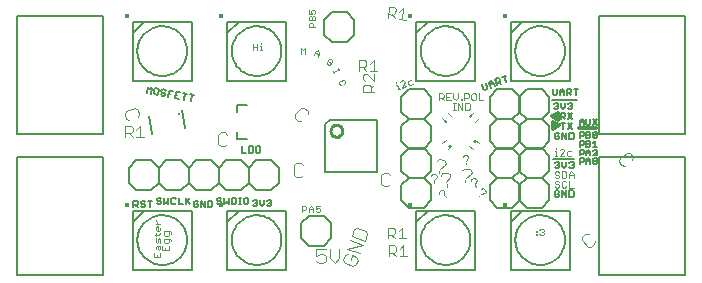
<source format=gto>
G75*
%MOIN*%
%OFA0B0*%
%FSLAX24Y24*%
%IPPOS*%
%LPD*%
%AMOC8*
5,1,8,0,0,1.08239X$1,22.5*
%
%ADD10C,0.0040*%
%ADD11C,0.0030*%
%ADD12C,0.0050*%
%ADD13C,0.0120*%
%ADD14C,0.0080*%
%ADD15C,0.0157*%
%ADD16R,0.0098X0.0089*%
%ADD17C,0.0100*%
%ADD18C,0.0060*%
%ADD19C,0.0079*%
D10*
X004668Y001379D02*
X004888Y001379D01*
X004888Y001526D01*
X004852Y001619D02*
X004815Y001656D01*
X004815Y001766D01*
X004778Y001766D02*
X004888Y001766D01*
X004888Y001656D01*
X004852Y001619D01*
X004944Y001616D02*
X005164Y001616D01*
X005164Y001763D01*
X005127Y001855D02*
X005164Y001892D01*
X005164Y002002D01*
X005201Y002002D02*
X005017Y002002D01*
X005017Y001892D01*
X005054Y001855D01*
X005127Y001855D01*
X005237Y001929D02*
X005237Y001965D01*
X005201Y002002D01*
X005127Y002095D02*
X005164Y002131D01*
X005164Y002241D01*
X005201Y002241D02*
X005017Y002241D01*
X005017Y002131D01*
X005054Y002095D01*
X005127Y002095D01*
X005237Y002168D02*
X005237Y002205D01*
X005201Y002241D01*
X004888Y002294D02*
X004852Y002257D01*
X004778Y002257D01*
X004742Y002294D01*
X004742Y002367D01*
X004778Y002404D01*
X004815Y002404D01*
X004815Y002257D01*
X004888Y002294D02*
X004888Y002367D01*
X004888Y002497D02*
X004742Y002497D01*
X004815Y002497D02*
X004742Y002570D01*
X004742Y002607D01*
X004742Y002171D02*
X004742Y002098D01*
X004705Y002134D02*
X004852Y002134D01*
X004888Y002171D01*
X004852Y002005D02*
X004815Y001968D01*
X004815Y001895D01*
X004778Y001858D01*
X004742Y001895D01*
X004742Y002005D01*
X004852Y002005D02*
X004888Y001968D01*
X004888Y001858D01*
X004944Y001763D02*
X004944Y001616D01*
X005054Y001616D02*
X005054Y001689D01*
X004778Y001766D02*
X004742Y001729D01*
X004742Y001656D01*
X004668Y001526D02*
X004668Y001379D01*
X004778Y001379D02*
X004778Y001453D01*
X009620Y002872D02*
X009620Y003072D01*
X009720Y003072D01*
X009753Y003039D01*
X009753Y002972D01*
X009720Y002939D01*
X009620Y002939D01*
X009841Y002972D02*
X009974Y002972D01*
X009974Y003005D02*
X009974Y002872D01*
X010062Y002905D02*
X010095Y002872D01*
X010162Y002872D01*
X010195Y002905D01*
X010195Y002972D01*
X010162Y003005D01*
X010129Y003005D01*
X010062Y002972D01*
X010062Y003072D01*
X010195Y003072D01*
X009974Y003005D02*
X009908Y003072D01*
X009841Y003005D01*
X009841Y002872D01*
X011354Y002309D02*
X011275Y002093D01*
X011708Y001935D01*
X011786Y002152D01*
X011740Y002250D01*
X011452Y002355D01*
X011354Y002309D01*
X011222Y001949D02*
X011655Y001791D01*
X011117Y001660D01*
X011550Y001503D01*
X011425Y001385D02*
X011281Y001437D01*
X011229Y001293D01*
X011032Y001201D02*
X011320Y001096D01*
X011419Y001142D01*
X011471Y001286D01*
X011425Y001385D01*
X011137Y001490D02*
X011039Y001444D01*
X010986Y001300D01*
X011032Y001201D01*
X010853Y001336D02*
X010853Y001643D01*
X010546Y001643D02*
X010546Y001336D01*
X010700Y001183D01*
X010853Y001336D01*
X010393Y001259D02*
X010316Y001183D01*
X010163Y001183D01*
X010086Y001259D01*
X010086Y001413D02*
X010239Y001490D01*
X010316Y001490D01*
X010393Y001413D01*
X010393Y001259D01*
X010086Y001413D02*
X010086Y001643D01*
X010393Y001643D01*
X012460Y002003D02*
X012460Y002363D01*
X012640Y002363D01*
X012700Y002303D01*
X012700Y002183D01*
X012640Y002123D01*
X012460Y002123D01*
X012580Y002123D02*
X012700Y002003D01*
X012828Y002003D02*
X013068Y002003D01*
X012948Y002003D02*
X012948Y002363D01*
X012828Y002243D01*
X012679Y001773D02*
X012499Y001773D01*
X012499Y001413D01*
X012499Y001533D02*
X012679Y001533D01*
X012739Y001593D01*
X012739Y001713D01*
X012679Y001773D01*
X012867Y001653D02*
X012987Y001773D01*
X012987Y001413D01*
X012867Y001413D02*
X013107Y001413D01*
X012739Y001413D02*
X012619Y001533D01*
X012481Y003742D02*
X012328Y003742D01*
X012251Y003818D01*
X012251Y004125D01*
X012328Y004202D01*
X012481Y004202D01*
X012558Y004125D01*
X012558Y003818D02*
X012481Y003742D01*
X014177Y004184D02*
X014191Y004259D01*
X014204Y004335D02*
X014382Y004459D01*
X014395Y004535D01*
X014333Y004624D01*
X014182Y004650D01*
X014093Y004588D01*
X014290Y004172D02*
X014442Y004199D01*
X014530Y004137D01*
X014544Y004061D01*
X014419Y003883D01*
X014433Y003808D02*
X014446Y003732D01*
X015043Y003869D02*
X015057Y003944D01*
X015070Y004020D02*
X015248Y004144D01*
X015261Y004220D01*
X015199Y004309D01*
X015048Y004335D01*
X014959Y004273D01*
X014290Y004172D02*
X014228Y004083D01*
X014478Y004986D02*
X014589Y005097D01*
X014394Y005292D02*
X014283Y005181D01*
X015188Y005097D02*
X015300Y004986D01*
X015495Y005181D02*
X015383Y005292D01*
X015383Y005891D02*
X015495Y006003D01*
X015300Y006198D02*
X015188Y006086D01*
X015162Y006301D02*
X015052Y006301D01*
X015052Y006521D01*
X015162Y006521D01*
X015199Y006484D01*
X015199Y006337D01*
X015162Y006301D01*
X014959Y006301D02*
X014959Y006521D01*
X014935Y006616D02*
X014899Y006616D01*
X014899Y006652D01*
X014935Y006652D01*
X014935Y006616D01*
X015018Y006616D02*
X015018Y006836D01*
X015128Y006836D01*
X015165Y006799D01*
X015165Y006726D01*
X015128Y006689D01*
X015018Y006689D01*
X014806Y006689D02*
X014733Y006616D01*
X014659Y006689D01*
X014659Y006836D01*
X014567Y006836D02*
X014420Y006836D01*
X014420Y006616D01*
X014567Y006616D01*
X014653Y006521D02*
X014726Y006521D01*
X014690Y006521D02*
X014690Y006301D01*
X014726Y006301D02*
X014653Y006301D01*
X014812Y006301D02*
X014812Y006521D01*
X014959Y006301D01*
X014589Y006086D02*
X014478Y006198D01*
X014283Y006003D02*
X014394Y005891D01*
X014327Y006616D02*
X014254Y006689D01*
X014291Y006689D02*
X014180Y006689D01*
X014180Y006616D02*
X014180Y006836D01*
X014291Y006836D01*
X014327Y006799D01*
X014327Y006726D01*
X014291Y006689D01*
X014420Y006726D02*
X014493Y006726D01*
X014806Y006689D02*
X014806Y006836D01*
X015258Y006799D02*
X015258Y006652D01*
X015294Y006616D01*
X015368Y006616D01*
X015405Y006652D01*
X015405Y006799D01*
X015368Y006836D01*
X015294Y006836D01*
X015258Y006799D01*
X015497Y006836D02*
X015497Y006616D01*
X015644Y006616D01*
X013307Y007162D02*
X013204Y007125D01*
X013157Y007147D01*
X013132Y007216D01*
X013154Y007263D01*
X013257Y007300D01*
X013032Y007218D02*
X013020Y007253D01*
X012973Y007275D01*
X012904Y007250D01*
X012882Y007203D01*
X012754Y007195D02*
X012741Y007230D01*
X012779Y007126D02*
X012829Y006988D01*
X012863Y007001D02*
X012794Y006976D01*
X012744Y007114D02*
X012779Y007126D01*
X012944Y007030D02*
X013032Y007218D01*
X013082Y007080D02*
X012944Y007030D01*
X012014Y007132D02*
X011894Y007011D01*
X011894Y007071D02*
X011894Y006891D01*
X012014Y006891D02*
X011654Y006891D01*
X011654Y007071D01*
X011714Y007132D01*
X011834Y007132D01*
X011894Y007071D01*
X012014Y007260D02*
X011774Y007500D01*
X011714Y007500D01*
X011654Y007440D01*
X011654Y007320D01*
X011714Y007260D01*
X012014Y007260D02*
X012014Y007500D01*
X012003Y007594D02*
X012003Y007954D01*
X011883Y007834D01*
X011755Y007894D02*
X011695Y007954D01*
X011515Y007954D01*
X011515Y007594D01*
X011515Y007714D02*
X011695Y007714D01*
X011755Y007774D01*
X011755Y007894D01*
X011635Y007714D02*
X011755Y007594D01*
X011883Y007594D02*
X012123Y007594D01*
X011040Y007251D02*
X011001Y007278D01*
X010870Y007255D01*
X010843Y007216D01*
X010855Y007150D01*
X010893Y007123D01*
X011025Y007146D02*
X011052Y007185D01*
X011040Y007251D01*
X010834Y007644D02*
X010661Y007544D01*
X010644Y007573D02*
X010678Y007515D01*
X010851Y007615D02*
X010818Y007673D01*
X010576Y007849D02*
X010525Y007892D01*
X010576Y007849D02*
X010533Y007798D01*
X010486Y007794D01*
X010435Y007837D01*
X010431Y007884D01*
X010516Y007986D01*
X010563Y007990D01*
X010614Y007947D01*
X010619Y007900D01*
X010138Y008058D02*
X010184Y008183D01*
X010144Y008269D01*
X010058Y008229D01*
X010013Y008104D01*
X010047Y008198D02*
X010172Y008152D01*
X009708Y008151D02*
X009708Y008351D01*
X009641Y008285D01*
X009574Y008351D01*
X009574Y008151D01*
X008273Y008269D02*
X008199Y008269D01*
X008236Y008269D02*
X008236Y008416D01*
X008199Y008416D01*
X008236Y008489D02*
X008236Y008526D01*
X008107Y008489D02*
X008107Y008269D01*
X008107Y008379D02*
X007960Y008379D01*
X007960Y008269D02*
X007960Y008489D01*
X009846Y009057D02*
X009846Y009157D01*
X009879Y009190D01*
X009946Y009190D01*
X009979Y009157D01*
X009979Y009057D01*
X010046Y009057D02*
X009846Y009057D01*
X009846Y009278D02*
X009846Y009378D01*
X009879Y009411D01*
X009912Y009411D01*
X009946Y009378D01*
X009946Y009278D01*
X009946Y009378D02*
X009979Y009411D01*
X010013Y009411D01*
X010046Y009378D01*
X010046Y009278D01*
X009846Y009278D01*
X009846Y009499D02*
X009946Y009499D01*
X009912Y009565D01*
X009912Y009599D01*
X009946Y009632D01*
X010013Y009632D01*
X010046Y009599D01*
X010046Y009532D01*
X010013Y009499D01*
X009846Y009499D02*
X009846Y009632D01*
X012463Y009364D02*
X012501Y009722D01*
X012680Y009703D01*
X012733Y009637D01*
X012721Y009518D01*
X012655Y009464D01*
X012476Y009483D01*
X012595Y009470D02*
X012702Y009338D01*
X012829Y009325D02*
X013068Y009300D01*
X012949Y009313D02*
X012987Y009671D01*
X012855Y009564D01*
X009687Y006355D02*
X009578Y006355D01*
X009361Y006138D01*
X009361Y006030D01*
X009470Y005921D01*
X009578Y005921D01*
X009795Y006138D02*
X009795Y006247D01*
X009687Y006355D01*
X007125Y005464D02*
X007048Y005541D01*
X006895Y005541D01*
X006818Y005464D01*
X006818Y005157D01*
X006895Y005080D01*
X007048Y005080D01*
X007125Y005157D01*
X009338Y004440D02*
X009338Y004133D01*
X009415Y004057D01*
X009568Y004057D01*
X009645Y004133D01*
X009645Y004440D02*
X009568Y004517D01*
X009415Y004517D01*
X009338Y004440D01*
X004328Y005389D02*
X004088Y005389D01*
X004208Y005389D02*
X004208Y005749D01*
X004088Y005629D01*
X003960Y005569D02*
X003900Y005509D01*
X003719Y005509D01*
X003719Y005389D02*
X003719Y005749D01*
X003900Y005749D01*
X003960Y005689D01*
X003960Y005569D01*
X003839Y005509D02*
X003960Y005389D01*
X003854Y005953D02*
X003756Y005999D01*
X003703Y006143D01*
X003749Y006242D01*
X004037Y006347D01*
X004136Y006301D01*
X004188Y006157D01*
X004142Y006058D01*
X017404Y002251D02*
X017404Y002214D01*
X017441Y002214D01*
X017441Y002251D01*
X017404Y002251D01*
X017404Y002140D02*
X017404Y002104D01*
X017441Y002104D01*
X017441Y002140D01*
X017404Y002140D01*
X017524Y002140D02*
X017560Y002104D01*
X017634Y002104D01*
X017670Y002140D01*
X017670Y002177D01*
X017634Y002214D01*
X017597Y002214D01*
X017634Y002214D02*
X017670Y002251D01*
X017670Y002287D01*
X017634Y002324D01*
X017560Y002324D01*
X017524Y002287D01*
X018938Y002051D02*
X018931Y001943D01*
X019132Y001711D01*
X019240Y001704D01*
X019356Y001804D01*
X019364Y001912D01*
X019162Y002144D02*
X019054Y002152D01*
X018938Y002051D01*
X018664Y003702D02*
X018518Y003702D01*
X018518Y003923D01*
X018518Y004017D02*
X018518Y004164D01*
X018591Y004237D01*
X018664Y004164D01*
X018664Y004017D01*
X018664Y004127D02*
X018518Y004127D01*
X018425Y004054D02*
X018425Y004201D01*
X018388Y004237D01*
X018278Y004237D01*
X018278Y004017D01*
X018388Y004017D01*
X018425Y004054D01*
X018388Y003923D02*
X018315Y003923D01*
X018278Y003886D01*
X018278Y003739D01*
X018315Y003702D01*
X018388Y003702D01*
X018425Y003739D01*
X018425Y003886D02*
X018388Y003923D01*
X018185Y003886D02*
X018149Y003923D01*
X018075Y003923D01*
X018039Y003886D01*
X018039Y003849D01*
X018075Y003812D01*
X018149Y003812D01*
X018185Y003776D01*
X018185Y003739D01*
X018149Y003702D01*
X018075Y003702D01*
X018039Y003739D01*
X018075Y004017D02*
X018039Y004054D01*
X018075Y004017D02*
X018149Y004017D01*
X018185Y004054D01*
X018185Y004091D01*
X018149Y004127D01*
X018075Y004127D01*
X018039Y004164D01*
X018039Y004201D01*
X018075Y004237D01*
X018149Y004237D01*
X018185Y004201D01*
X018198Y004765D02*
X018345Y004912D01*
X018345Y004949D01*
X018308Y004986D01*
X018235Y004986D01*
X018198Y004949D01*
X018075Y004986D02*
X018075Y005022D01*
X018075Y004912D02*
X018075Y004765D01*
X018039Y004765D02*
X018112Y004765D01*
X018198Y004765D02*
X018345Y004765D01*
X018438Y004802D02*
X018474Y004765D01*
X018584Y004765D01*
X018584Y004912D02*
X018474Y004912D01*
X018438Y004875D01*
X018438Y004802D01*
X018075Y004912D02*
X018039Y004912D01*
X020173Y004582D02*
X020259Y004454D01*
X020366Y004434D01*
X020173Y004582D02*
X020194Y004688D01*
X020448Y004860D01*
X020555Y004839D01*
X020641Y004712D01*
X020620Y004605D01*
D11*
X015729Y003564D02*
X015705Y003522D01*
X015573Y003487D01*
X015549Y003445D02*
X015525Y003403D01*
X015729Y003564D02*
X015712Y003630D01*
X015628Y003679D01*
X015562Y003661D01*
X015402Y003735D02*
X015385Y003780D01*
X015369Y003826D02*
X015427Y003950D01*
X015410Y003995D01*
X015348Y004024D01*
X015257Y003991D01*
X015228Y003929D01*
X014344Y003582D02*
X014332Y003446D01*
X014363Y003409D02*
X014394Y003372D01*
X014164Y003495D02*
X014170Y003563D01*
X014244Y003625D01*
X014313Y003619D01*
X014344Y003582D01*
X013997Y003855D02*
X013997Y003903D01*
X013997Y003952D02*
X014093Y004048D01*
X014093Y004097D01*
X014045Y004145D01*
X013948Y004145D01*
X013900Y004097D01*
X015060Y004485D02*
X015060Y004533D01*
X015060Y004581D02*
X015156Y004678D01*
X015156Y004727D01*
X015108Y004775D01*
X015011Y004775D01*
X014963Y004727D01*
D12*
X002979Y000769D02*
X000125Y000769D01*
X000125Y004706D01*
X002979Y004706D01*
X002979Y000769D01*
X003964Y000966D02*
X003964Y002541D01*
X004357Y002934D01*
X005932Y002934D01*
X005932Y000966D01*
X003964Y000966D01*
X004121Y001950D02*
X004123Y002007D01*
X004129Y002064D01*
X004139Y002120D01*
X004152Y002176D01*
X004170Y002230D01*
X004191Y002283D01*
X004216Y002334D01*
X004244Y002384D01*
X004276Y002431D01*
X004310Y002477D01*
X004348Y002519D01*
X004389Y002559D01*
X004432Y002597D01*
X004478Y002631D01*
X004526Y002661D01*
X004576Y002689D01*
X004628Y002713D01*
X004682Y002733D01*
X004736Y002749D01*
X004792Y002762D01*
X004848Y002771D01*
X004905Y002776D01*
X004962Y002777D01*
X005019Y002774D01*
X005076Y002767D01*
X005132Y002756D01*
X005187Y002742D01*
X005241Y002723D01*
X005294Y002701D01*
X005345Y002676D01*
X005394Y002646D01*
X005441Y002614D01*
X005486Y002578D01*
X005528Y002540D01*
X005567Y002498D01*
X005603Y002454D01*
X005637Y002408D01*
X005667Y002359D01*
X005693Y002309D01*
X005716Y002257D01*
X005735Y002203D01*
X005751Y002148D01*
X005763Y002092D01*
X005771Y002035D01*
X005775Y001979D01*
X005775Y001921D01*
X005771Y001865D01*
X005763Y001808D01*
X005751Y001752D01*
X005735Y001697D01*
X005716Y001643D01*
X005693Y001591D01*
X005667Y001541D01*
X005637Y001492D01*
X005603Y001446D01*
X005567Y001402D01*
X005528Y001360D01*
X005486Y001322D01*
X005441Y001286D01*
X005394Y001254D01*
X005345Y001224D01*
X005294Y001199D01*
X005241Y001177D01*
X005187Y001158D01*
X005132Y001144D01*
X005076Y001133D01*
X005019Y001126D01*
X004962Y001123D01*
X004905Y001124D01*
X004848Y001129D01*
X004792Y001138D01*
X004736Y001151D01*
X004682Y001167D01*
X004628Y001187D01*
X004576Y001211D01*
X004526Y001239D01*
X004478Y001269D01*
X004432Y001303D01*
X004389Y001341D01*
X004348Y001381D01*
X004310Y001423D01*
X004276Y001469D01*
X004244Y001516D01*
X004216Y001566D01*
X004191Y001617D01*
X004170Y001670D01*
X004152Y001724D01*
X004139Y001780D01*
X004129Y001836D01*
X004123Y001893D01*
X004121Y001950D01*
X003964Y002541D02*
X003964Y002934D01*
X004357Y002934D01*
X004333Y003038D02*
X004263Y003038D01*
X004228Y003073D01*
X004263Y003143D02*
X004333Y003143D01*
X004368Y003108D01*
X004368Y003073D01*
X004333Y003038D01*
X004263Y003143D02*
X004228Y003178D01*
X004228Y003213D01*
X004263Y003248D01*
X004333Y003248D01*
X004368Y003213D01*
X004467Y003248D02*
X004608Y003248D01*
X004537Y003248D02*
X004537Y003038D01*
X004776Y003191D02*
X004811Y003156D01*
X004881Y003156D01*
X004916Y003191D01*
X004916Y003226D01*
X004881Y003261D01*
X004811Y003261D01*
X004776Y003296D01*
X004776Y003331D01*
X004811Y003366D01*
X004881Y003366D01*
X004916Y003331D01*
X005015Y003366D02*
X005015Y003156D01*
X005085Y003226D01*
X005156Y003156D01*
X005156Y003366D01*
X005255Y003331D02*
X005255Y003191D01*
X005290Y003156D01*
X005360Y003156D01*
X005395Y003191D01*
X005494Y003156D02*
X005634Y003156D01*
X005734Y003156D02*
X005734Y003366D01*
X005769Y003261D02*
X005874Y003156D01*
X005996Y003213D02*
X005996Y003073D01*
X006031Y003038D01*
X006102Y003038D01*
X006137Y003073D01*
X006137Y003143D01*
X006067Y003143D01*
X006137Y003213D02*
X006102Y003248D01*
X006031Y003248D01*
X005996Y003213D01*
X005874Y003366D02*
X005734Y003226D01*
X005494Y003156D02*
X005494Y003366D01*
X005395Y003331D02*
X005360Y003366D01*
X005290Y003366D01*
X005255Y003331D01*
X006236Y003248D02*
X006236Y003038D01*
X006376Y003038D02*
X006376Y003248D01*
X006475Y003248D02*
X006580Y003248D01*
X006615Y003213D01*
X006615Y003073D01*
X006580Y003038D01*
X006475Y003038D01*
X006475Y003248D01*
X006376Y003038D02*
X006236Y003248D01*
X006784Y003296D02*
X006819Y003261D01*
X006889Y003261D01*
X006924Y003226D01*
X006924Y003191D01*
X006889Y003156D01*
X006819Y003156D01*
X006784Y003191D01*
X006784Y003296D02*
X006784Y003331D01*
X006819Y003366D01*
X006889Y003366D01*
X006924Y003331D01*
X007023Y003366D02*
X007023Y003156D01*
X007093Y003226D01*
X007163Y003156D01*
X007163Y003366D01*
X007263Y003366D02*
X007368Y003366D01*
X007403Y003331D01*
X007403Y003191D01*
X007368Y003156D01*
X007263Y003156D01*
X007263Y003366D01*
X007502Y003366D02*
X007572Y003366D01*
X007537Y003366D02*
X007537Y003156D01*
X007502Y003156D02*
X007572Y003156D01*
X007662Y003191D02*
X007697Y003156D01*
X007767Y003156D01*
X007802Y003191D01*
X007802Y003331D01*
X007767Y003366D01*
X007697Y003366D01*
X007662Y003331D01*
X007662Y003191D01*
X007965Y003253D02*
X008000Y003288D01*
X008070Y003288D01*
X008105Y003253D01*
X008105Y003218D01*
X008070Y003183D01*
X008105Y003147D01*
X008105Y003112D01*
X008070Y003077D01*
X008000Y003077D01*
X007965Y003112D01*
X008035Y003183D02*
X008070Y003183D01*
X008204Y003147D02*
X008274Y003077D01*
X008344Y003147D01*
X008344Y003288D01*
X008444Y003253D02*
X008479Y003288D01*
X008549Y003288D01*
X008584Y003253D01*
X008584Y003218D01*
X008549Y003183D01*
X008584Y003147D01*
X008584Y003112D01*
X008549Y003077D01*
X008479Y003077D01*
X008444Y003112D01*
X008514Y003183D02*
X008549Y003183D01*
X008204Y003147D02*
X008204Y003288D01*
X007507Y002934D02*
X007113Y002541D01*
X007113Y002934D01*
X007507Y002934D01*
X009082Y002934D01*
X009082Y000966D01*
X007113Y000966D01*
X007113Y002541D01*
X007270Y001950D02*
X007272Y002007D01*
X007278Y002064D01*
X007288Y002120D01*
X007301Y002176D01*
X007319Y002230D01*
X007340Y002283D01*
X007365Y002334D01*
X007393Y002384D01*
X007425Y002431D01*
X007459Y002477D01*
X007497Y002519D01*
X007538Y002559D01*
X007581Y002597D01*
X007627Y002631D01*
X007675Y002661D01*
X007725Y002689D01*
X007777Y002713D01*
X007831Y002733D01*
X007885Y002749D01*
X007941Y002762D01*
X007997Y002771D01*
X008054Y002776D01*
X008111Y002777D01*
X008168Y002774D01*
X008225Y002767D01*
X008281Y002756D01*
X008336Y002742D01*
X008390Y002723D01*
X008443Y002701D01*
X008494Y002676D01*
X008543Y002646D01*
X008590Y002614D01*
X008635Y002578D01*
X008677Y002540D01*
X008716Y002498D01*
X008752Y002454D01*
X008786Y002408D01*
X008816Y002359D01*
X008842Y002309D01*
X008865Y002257D01*
X008884Y002203D01*
X008900Y002148D01*
X008912Y002092D01*
X008920Y002035D01*
X008924Y001979D01*
X008924Y001921D01*
X008920Y001865D01*
X008912Y001808D01*
X008900Y001752D01*
X008884Y001697D01*
X008865Y001643D01*
X008842Y001591D01*
X008816Y001541D01*
X008786Y001492D01*
X008752Y001446D01*
X008716Y001402D01*
X008677Y001360D01*
X008635Y001322D01*
X008590Y001286D01*
X008543Y001254D01*
X008494Y001224D01*
X008443Y001199D01*
X008390Y001177D01*
X008336Y001158D01*
X008281Y001144D01*
X008225Y001133D01*
X008168Y001126D01*
X008111Y001123D01*
X008054Y001124D01*
X007997Y001129D01*
X007941Y001138D01*
X007885Y001151D01*
X007831Y001167D01*
X007777Y001187D01*
X007725Y001211D01*
X007675Y001239D01*
X007627Y001269D01*
X007581Y001303D01*
X007538Y001341D01*
X007497Y001381D01*
X007459Y001423D01*
X007425Y001469D01*
X007393Y001516D01*
X007365Y001566D01*
X007340Y001617D01*
X007319Y001670D01*
X007301Y001724D01*
X007288Y001780D01*
X007278Y001836D01*
X007272Y001893D01*
X007270Y001950D01*
X004129Y003038D02*
X004059Y003108D01*
X004094Y003108D02*
X003989Y003108D01*
X003989Y003038D02*
X003989Y003248D01*
X004094Y003248D01*
X004129Y003213D01*
X004129Y003143D01*
X004094Y003108D01*
X007601Y004865D02*
X007741Y004865D01*
X007840Y004865D02*
X007946Y004865D01*
X007981Y004900D01*
X007981Y005040D01*
X007946Y005075D01*
X007840Y005075D01*
X007840Y004865D01*
X007601Y004865D02*
X007601Y005075D01*
X008080Y005040D02*
X008080Y004900D01*
X008115Y004865D01*
X008185Y004865D01*
X008220Y004900D01*
X008220Y005040D01*
X008185Y005075D01*
X008115Y005075D01*
X008080Y005040D01*
X005909Y006591D02*
X005946Y006798D01*
X005877Y006810D02*
X006015Y006785D01*
X005779Y006827D02*
X005641Y006851D01*
X005710Y006839D02*
X005673Y006632D01*
X005507Y006662D02*
X005369Y006686D01*
X005405Y006893D01*
X005543Y006869D01*
X005456Y006777D02*
X005387Y006789D01*
X005307Y006910D02*
X005169Y006934D01*
X005133Y006727D01*
X005151Y006831D02*
X005220Y006819D01*
X005047Y006814D02*
X005019Y006854D01*
X004950Y006866D01*
X004921Y006907D01*
X004928Y006942D01*
X004968Y006970D01*
X005037Y006958D01*
X005066Y006917D01*
X005047Y006814D02*
X005041Y006779D01*
X005001Y006751D01*
X004932Y006763D01*
X004903Y006804D01*
X004805Y006821D02*
X004830Y006959D01*
X004801Y006999D01*
X004732Y007012D01*
X004692Y006983D01*
X004667Y006845D01*
X004696Y006805D01*
X004765Y006792D01*
X004805Y006821D01*
X004564Y006828D02*
X004600Y007035D01*
X004519Y006978D01*
X004462Y007059D01*
X004426Y006852D01*
X003964Y007265D02*
X003964Y008840D01*
X004357Y009234D01*
X005932Y009234D01*
X005932Y007265D01*
X003964Y007265D01*
X004121Y008249D02*
X004123Y008306D01*
X004129Y008363D01*
X004139Y008419D01*
X004152Y008475D01*
X004170Y008529D01*
X004191Y008582D01*
X004216Y008633D01*
X004244Y008683D01*
X004276Y008730D01*
X004310Y008776D01*
X004348Y008818D01*
X004389Y008858D01*
X004432Y008896D01*
X004478Y008930D01*
X004526Y008960D01*
X004576Y008988D01*
X004628Y009012D01*
X004682Y009032D01*
X004736Y009048D01*
X004792Y009061D01*
X004848Y009070D01*
X004905Y009075D01*
X004962Y009076D01*
X005019Y009073D01*
X005076Y009066D01*
X005132Y009055D01*
X005187Y009041D01*
X005241Y009022D01*
X005294Y009000D01*
X005345Y008975D01*
X005394Y008945D01*
X005441Y008913D01*
X005486Y008877D01*
X005528Y008839D01*
X005567Y008797D01*
X005603Y008753D01*
X005637Y008707D01*
X005667Y008658D01*
X005693Y008608D01*
X005716Y008556D01*
X005735Y008502D01*
X005751Y008447D01*
X005763Y008391D01*
X005771Y008334D01*
X005775Y008278D01*
X005775Y008220D01*
X005771Y008164D01*
X005763Y008107D01*
X005751Y008051D01*
X005735Y007996D01*
X005716Y007942D01*
X005693Y007890D01*
X005667Y007840D01*
X005637Y007791D01*
X005603Y007745D01*
X005567Y007701D01*
X005528Y007659D01*
X005486Y007621D01*
X005441Y007585D01*
X005394Y007553D01*
X005345Y007523D01*
X005294Y007498D01*
X005241Y007476D01*
X005187Y007457D01*
X005132Y007443D01*
X005076Y007432D01*
X005019Y007425D01*
X004962Y007422D01*
X004905Y007423D01*
X004848Y007428D01*
X004792Y007437D01*
X004736Y007450D01*
X004682Y007466D01*
X004628Y007486D01*
X004576Y007510D01*
X004526Y007538D01*
X004478Y007568D01*
X004432Y007602D01*
X004389Y007640D01*
X004348Y007680D01*
X004310Y007722D01*
X004276Y007768D01*
X004244Y007815D01*
X004216Y007865D01*
X004191Y007916D01*
X004170Y007969D01*
X004152Y008023D01*
X004139Y008079D01*
X004129Y008135D01*
X004123Y008192D01*
X004121Y008249D01*
X003964Y008840D02*
X003964Y009234D01*
X004357Y009234D01*
X002979Y009430D02*
X002979Y005493D01*
X000125Y005493D01*
X000125Y009430D01*
X002979Y009430D01*
X007113Y009234D02*
X007113Y008840D01*
X007507Y009234D01*
X009082Y009234D01*
X009082Y007265D01*
X007113Y007265D01*
X007113Y008840D01*
X007113Y009234D02*
X007507Y009234D01*
X007270Y008249D02*
X007272Y008306D01*
X007278Y008363D01*
X007288Y008419D01*
X007301Y008475D01*
X007319Y008529D01*
X007340Y008582D01*
X007365Y008633D01*
X007393Y008683D01*
X007425Y008730D01*
X007459Y008776D01*
X007497Y008818D01*
X007538Y008858D01*
X007581Y008896D01*
X007627Y008930D01*
X007675Y008960D01*
X007725Y008988D01*
X007777Y009012D01*
X007831Y009032D01*
X007885Y009048D01*
X007941Y009061D01*
X007997Y009070D01*
X008054Y009075D01*
X008111Y009076D01*
X008168Y009073D01*
X008225Y009066D01*
X008281Y009055D01*
X008336Y009041D01*
X008390Y009022D01*
X008443Y009000D01*
X008494Y008975D01*
X008543Y008945D01*
X008590Y008913D01*
X008635Y008877D01*
X008677Y008839D01*
X008716Y008797D01*
X008752Y008753D01*
X008786Y008707D01*
X008816Y008658D01*
X008842Y008608D01*
X008865Y008556D01*
X008884Y008502D01*
X008900Y008447D01*
X008912Y008391D01*
X008920Y008334D01*
X008924Y008278D01*
X008924Y008220D01*
X008920Y008164D01*
X008912Y008107D01*
X008900Y008051D01*
X008884Y007996D01*
X008865Y007942D01*
X008842Y007890D01*
X008816Y007840D01*
X008786Y007791D01*
X008752Y007745D01*
X008716Y007701D01*
X008677Y007659D01*
X008635Y007621D01*
X008590Y007585D01*
X008543Y007553D01*
X008494Y007523D01*
X008443Y007498D01*
X008390Y007476D01*
X008336Y007457D01*
X008281Y007443D01*
X008225Y007432D01*
X008168Y007425D01*
X008111Y007422D01*
X008054Y007423D01*
X007997Y007428D01*
X007941Y007437D01*
X007885Y007450D01*
X007831Y007466D01*
X007777Y007486D01*
X007725Y007510D01*
X007675Y007538D01*
X007627Y007568D01*
X007581Y007602D01*
X007538Y007640D01*
X007497Y007680D01*
X007459Y007722D01*
X007425Y007768D01*
X007393Y007815D01*
X007365Y007865D01*
X007340Y007916D01*
X007319Y007969D01*
X007301Y008023D01*
X007288Y008079D01*
X007278Y008135D01*
X007272Y008192D01*
X007270Y008249D01*
X013412Y008840D02*
X013412Y007265D01*
X015381Y007265D01*
X015381Y009234D01*
X013806Y009234D01*
X013412Y008840D01*
X013412Y009234D01*
X013806Y009234D01*
X013570Y008249D02*
X013572Y008306D01*
X013578Y008363D01*
X013588Y008419D01*
X013601Y008475D01*
X013619Y008529D01*
X013640Y008582D01*
X013665Y008633D01*
X013693Y008683D01*
X013725Y008730D01*
X013759Y008776D01*
X013797Y008818D01*
X013838Y008858D01*
X013881Y008896D01*
X013927Y008930D01*
X013975Y008960D01*
X014025Y008988D01*
X014077Y009012D01*
X014131Y009032D01*
X014185Y009048D01*
X014241Y009061D01*
X014297Y009070D01*
X014354Y009075D01*
X014411Y009076D01*
X014468Y009073D01*
X014525Y009066D01*
X014581Y009055D01*
X014636Y009041D01*
X014690Y009022D01*
X014743Y009000D01*
X014794Y008975D01*
X014843Y008945D01*
X014890Y008913D01*
X014935Y008877D01*
X014977Y008839D01*
X015016Y008797D01*
X015052Y008753D01*
X015086Y008707D01*
X015116Y008658D01*
X015142Y008608D01*
X015165Y008556D01*
X015184Y008502D01*
X015200Y008447D01*
X015212Y008391D01*
X015220Y008334D01*
X015224Y008278D01*
X015224Y008220D01*
X015220Y008164D01*
X015212Y008107D01*
X015200Y008051D01*
X015184Y007996D01*
X015165Y007942D01*
X015142Y007890D01*
X015116Y007840D01*
X015086Y007791D01*
X015052Y007745D01*
X015016Y007701D01*
X014977Y007659D01*
X014935Y007621D01*
X014890Y007585D01*
X014843Y007553D01*
X014794Y007523D01*
X014743Y007498D01*
X014690Y007476D01*
X014636Y007457D01*
X014581Y007443D01*
X014525Y007432D01*
X014468Y007425D01*
X014411Y007422D01*
X014354Y007423D01*
X014297Y007428D01*
X014241Y007437D01*
X014185Y007450D01*
X014131Y007466D01*
X014077Y007486D01*
X014025Y007510D01*
X013975Y007538D01*
X013927Y007568D01*
X013881Y007602D01*
X013838Y007640D01*
X013797Y007680D01*
X013759Y007722D01*
X013725Y007768D01*
X013693Y007815D01*
X013665Y007865D01*
X013640Y007916D01*
X013619Y007969D01*
X013601Y008023D01*
X013588Y008079D01*
X013578Y008135D01*
X013572Y008192D01*
X013570Y008249D01*
X015731Y007188D02*
X015791Y007024D01*
X015770Y006979D01*
X015704Y006955D01*
X015659Y006976D01*
X015600Y007140D01*
X015848Y007156D02*
X015896Y007025D01*
X015860Y007123D02*
X015992Y007171D01*
X015980Y007204D02*
X016028Y007073D01*
X016121Y007106D02*
X016049Y007304D01*
X016148Y007340D01*
X016193Y007319D01*
X016217Y007253D01*
X016196Y007208D01*
X016097Y007172D01*
X016163Y007196D02*
X016253Y007154D01*
X016412Y007212D02*
X016340Y007410D01*
X016274Y007386D02*
X016406Y007434D01*
X016562Y007265D02*
X016562Y008840D01*
X016956Y009234D01*
X018531Y009234D01*
X018531Y007265D01*
X016562Y007265D01*
X015980Y007204D02*
X015890Y007246D01*
X015848Y007156D01*
X017965Y006988D02*
X017965Y006813D01*
X018000Y006778D01*
X018070Y006778D01*
X018105Y006813D01*
X018105Y006988D01*
X018204Y006918D02*
X018274Y006988D01*
X018344Y006918D01*
X018344Y006778D01*
X018444Y006778D02*
X018444Y006988D01*
X018549Y006988D01*
X018584Y006953D01*
X018584Y006883D01*
X018549Y006848D01*
X018444Y006848D01*
X018514Y006848D02*
X018584Y006778D01*
X018753Y006778D02*
X018753Y006988D01*
X018683Y006988D02*
X018823Y006988D01*
X018344Y006883D02*
X018204Y006883D01*
X018204Y006918D02*
X018204Y006778D01*
X018244Y006516D02*
X018244Y006376D01*
X018314Y006306D01*
X018384Y006376D01*
X018384Y006516D01*
X018483Y006481D02*
X018518Y006516D01*
X018588Y006516D01*
X018623Y006481D01*
X018623Y006446D01*
X018588Y006411D01*
X018623Y006376D01*
X018623Y006341D01*
X018588Y006306D01*
X018518Y006306D01*
X018483Y006341D01*
X018553Y006411D02*
X018588Y006411D01*
X018620Y006201D02*
X018480Y005991D01*
X018381Y005991D02*
X018311Y006061D01*
X018346Y006061D02*
X018241Y006061D01*
X018241Y005991D02*
X018241Y006201D01*
X018346Y006201D01*
X018381Y006166D01*
X018381Y006096D01*
X018346Y006061D01*
X018480Y006201D02*
X018620Y005991D01*
X018620Y005847D02*
X018480Y005636D01*
X018523Y005532D02*
X018628Y005532D01*
X018663Y005497D01*
X018663Y005357D01*
X018628Y005322D01*
X018523Y005322D01*
X018523Y005532D01*
X018423Y005532D02*
X018423Y005322D01*
X018283Y005532D01*
X018283Y005322D01*
X018184Y005357D02*
X018184Y005427D01*
X018114Y005427D01*
X018184Y005497D02*
X018149Y005532D01*
X018079Y005532D01*
X018044Y005497D01*
X018044Y005357D01*
X018079Y005322D01*
X018149Y005322D01*
X018184Y005357D01*
X018311Y005636D02*
X018311Y005847D01*
X018241Y005847D02*
X018381Y005847D01*
X018480Y005847D02*
X018620Y005636D01*
X018870Y005551D02*
X018966Y005551D01*
X018997Y005519D01*
X018997Y005456D01*
X018966Y005424D01*
X018870Y005424D01*
X018870Y005361D02*
X018870Y005551D01*
X019091Y005551D02*
X019187Y005551D01*
X019218Y005519D01*
X019218Y005488D01*
X019187Y005456D01*
X019091Y005456D01*
X019091Y005361D02*
X019091Y005551D01*
X019187Y005456D02*
X019218Y005424D01*
X019218Y005393D01*
X019187Y005361D01*
X019091Y005361D01*
X019091Y005236D02*
X019187Y005236D01*
X019218Y005204D01*
X019218Y005173D01*
X019187Y005141D01*
X019091Y005141D01*
X018997Y005141D02*
X018966Y005109D01*
X018870Y005109D01*
X018870Y005046D02*
X018870Y005236D01*
X018966Y005236D01*
X018997Y005204D01*
X018997Y005141D01*
X019091Y005046D02*
X019091Y005236D01*
X019187Y005141D02*
X019218Y005109D01*
X019218Y005078D01*
X019187Y005046D01*
X019091Y005046D01*
X019155Y004960D02*
X019091Y004897D01*
X019091Y004770D01*
X019091Y004865D02*
X019218Y004865D01*
X019218Y004897D02*
X019218Y004770D01*
X019312Y004802D02*
X019344Y004770D01*
X019408Y004770D01*
X019439Y004802D01*
X019439Y004834D01*
X019408Y004865D01*
X019376Y004865D01*
X019408Y004865D02*
X019439Y004897D01*
X019439Y004929D01*
X019408Y004960D01*
X019344Y004960D01*
X019312Y004929D01*
X019218Y004897D02*
X019155Y004960D01*
X018997Y004929D02*
X018997Y004865D01*
X018966Y004834D01*
X018870Y004834D01*
X018870Y004770D02*
X018870Y004960D01*
X018966Y004960D01*
X018997Y004929D01*
X019312Y005046D02*
X019439Y005046D01*
X019376Y005046D02*
X019376Y005236D01*
X019312Y005173D01*
X019344Y005361D02*
X019312Y005393D01*
X019439Y005519D01*
X019439Y005393D01*
X019408Y005361D01*
X019344Y005361D01*
X019312Y005393D02*
X019312Y005519D01*
X019344Y005551D01*
X019408Y005551D01*
X019439Y005519D01*
X019515Y005493D02*
X019515Y009430D01*
X022369Y009430D01*
X022369Y005493D01*
X019515Y005493D01*
X019439Y005794D02*
X019312Y005984D01*
X019218Y005984D02*
X019218Y005826D01*
X019187Y005794D01*
X019123Y005794D01*
X019091Y005826D01*
X019091Y005984D01*
X018997Y005921D02*
X018997Y005794D01*
X018997Y005889D02*
X018870Y005889D01*
X018870Y005921D02*
X018870Y005794D01*
X018870Y005921D02*
X018934Y005984D01*
X018997Y005921D01*
X019312Y005794D02*
X019439Y005984D01*
X018144Y006341D02*
X018109Y006306D01*
X018039Y006306D01*
X018004Y006341D01*
X018074Y006411D02*
X018109Y006411D01*
X018144Y006376D01*
X018144Y006341D01*
X018109Y006411D02*
X018144Y006446D01*
X018144Y006481D01*
X018109Y006516D01*
X018039Y006516D01*
X018004Y006481D01*
X016719Y008249D02*
X016721Y008306D01*
X016727Y008363D01*
X016737Y008419D01*
X016750Y008475D01*
X016768Y008529D01*
X016789Y008582D01*
X016814Y008633D01*
X016842Y008683D01*
X016874Y008730D01*
X016908Y008776D01*
X016946Y008818D01*
X016987Y008858D01*
X017030Y008896D01*
X017076Y008930D01*
X017124Y008960D01*
X017174Y008988D01*
X017226Y009012D01*
X017280Y009032D01*
X017334Y009048D01*
X017390Y009061D01*
X017446Y009070D01*
X017503Y009075D01*
X017560Y009076D01*
X017617Y009073D01*
X017674Y009066D01*
X017730Y009055D01*
X017785Y009041D01*
X017839Y009022D01*
X017892Y009000D01*
X017943Y008975D01*
X017992Y008945D01*
X018039Y008913D01*
X018084Y008877D01*
X018126Y008839D01*
X018165Y008797D01*
X018201Y008753D01*
X018235Y008707D01*
X018265Y008658D01*
X018291Y008608D01*
X018314Y008556D01*
X018333Y008502D01*
X018349Y008447D01*
X018361Y008391D01*
X018369Y008334D01*
X018373Y008278D01*
X018373Y008220D01*
X018369Y008164D01*
X018361Y008107D01*
X018349Y008051D01*
X018333Y007996D01*
X018314Y007942D01*
X018291Y007890D01*
X018265Y007840D01*
X018235Y007791D01*
X018201Y007745D01*
X018165Y007701D01*
X018126Y007659D01*
X018084Y007621D01*
X018039Y007585D01*
X017992Y007553D01*
X017943Y007523D01*
X017892Y007498D01*
X017839Y007476D01*
X017785Y007457D01*
X017730Y007443D01*
X017674Y007432D01*
X017617Y007425D01*
X017560Y007422D01*
X017503Y007423D01*
X017446Y007428D01*
X017390Y007437D01*
X017334Y007450D01*
X017280Y007466D01*
X017226Y007486D01*
X017174Y007510D01*
X017124Y007538D01*
X017076Y007568D01*
X017030Y007602D01*
X016987Y007640D01*
X016946Y007680D01*
X016908Y007722D01*
X016874Y007768D01*
X016842Y007815D01*
X016814Y007865D01*
X016789Y007916D01*
X016768Y007969D01*
X016750Y008023D01*
X016737Y008079D01*
X016727Y008135D01*
X016721Y008192D01*
X016719Y008249D01*
X016562Y008840D02*
X016562Y009234D01*
X016956Y009234D01*
X018870Y004685D02*
X018966Y004685D01*
X018997Y004653D01*
X018997Y004590D01*
X018966Y004558D01*
X018870Y004558D01*
X018870Y004495D02*
X018870Y004685D01*
X019091Y004622D02*
X019155Y004685D01*
X019218Y004622D01*
X019218Y004495D01*
X019218Y004590D02*
X019091Y004590D01*
X019091Y004622D02*
X019091Y004495D01*
X019312Y004526D02*
X019312Y004558D01*
X019344Y004590D01*
X019408Y004590D01*
X019439Y004558D01*
X019439Y004526D01*
X019408Y004495D01*
X019344Y004495D01*
X019312Y004526D01*
X019344Y004590D02*
X019312Y004622D01*
X019312Y004653D01*
X019344Y004685D01*
X019408Y004685D01*
X019439Y004653D01*
X019439Y004622D01*
X019408Y004590D01*
X019515Y004706D02*
X019515Y000769D01*
X022369Y000769D01*
X022369Y004706D01*
X019515Y004706D01*
X018663Y004512D02*
X018663Y004477D01*
X018628Y004442D01*
X018663Y004407D01*
X018663Y004372D01*
X018628Y004337D01*
X018558Y004337D01*
X018523Y004372D01*
X018593Y004442D02*
X018628Y004442D01*
X018663Y004512D02*
X018628Y004547D01*
X018558Y004547D01*
X018523Y004512D01*
X018423Y004547D02*
X018423Y004407D01*
X018353Y004337D01*
X018283Y004407D01*
X018283Y004547D01*
X018184Y004512D02*
X018184Y004477D01*
X018149Y004442D01*
X018184Y004407D01*
X018184Y004372D01*
X018149Y004337D01*
X018079Y004337D01*
X018044Y004372D01*
X018114Y004442D02*
X018149Y004442D01*
X018184Y004512D02*
X018149Y004547D01*
X018079Y004547D01*
X018044Y004512D01*
X018079Y003603D02*
X018044Y003568D01*
X018044Y003427D01*
X018079Y003392D01*
X018149Y003392D01*
X018184Y003427D01*
X018184Y003497D01*
X018114Y003497D01*
X018184Y003568D02*
X018149Y003603D01*
X018079Y003603D01*
X018283Y003603D02*
X018423Y003392D01*
X018423Y003603D01*
X018523Y003603D02*
X018628Y003603D01*
X018663Y003568D01*
X018663Y003427D01*
X018628Y003392D01*
X018523Y003392D01*
X018523Y003603D01*
X018283Y003603D02*
X018283Y003392D01*
X018531Y002934D02*
X018531Y000966D01*
X016562Y000966D01*
X016562Y002541D01*
X016956Y002934D01*
X018531Y002934D01*
X016956Y002934D02*
X016562Y002934D01*
X016562Y002541D01*
X015381Y002934D02*
X015381Y000966D01*
X013412Y000966D01*
X013412Y002541D01*
X013806Y002934D01*
X015381Y002934D01*
X013806Y002934D02*
X013412Y002934D01*
X013412Y002541D01*
X013570Y001950D02*
X013572Y002007D01*
X013578Y002064D01*
X013588Y002120D01*
X013601Y002176D01*
X013619Y002230D01*
X013640Y002283D01*
X013665Y002334D01*
X013693Y002384D01*
X013725Y002431D01*
X013759Y002477D01*
X013797Y002519D01*
X013838Y002559D01*
X013881Y002597D01*
X013927Y002631D01*
X013975Y002661D01*
X014025Y002689D01*
X014077Y002713D01*
X014131Y002733D01*
X014185Y002749D01*
X014241Y002762D01*
X014297Y002771D01*
X014354Y002776D01*
X014411Y002777D01*
X014468Y002774D01*
X014525Y002767D01*
X014581Y002756D01*
X014636Y002742D01*
X014690Y002723D01*
X014743Y002701D01*
X014794Y002676D01*
X014843Y002646D01*
X014890Y002614D01*
X014935Y002578D01*
X014977Y002540D01*
X015016Y002498D01*
X015052Y002454D01*
X015086Y002408D01*
X015116Y002359D01*
X015142Y002309D01*
X015165Y002257D01*
X015184Y002203D01*
X015200Y002148D01*
X015212Y002092D01*
X015220Y002035D01*
X015224Y001979D01*
X015224Y001921D01*
X015220Y001865D01*
X015212Y001808D01*
X015200Y001752D01*
X015184Y001697D01*
X015165Y001643D01*
X015142Y001591D01*
X015116Y001541D01*
X015086Y001492D01*
X015052Y001446D01*
X015016Y001402D01*
X014977Y001360D01*
X014935Y001322D01*
X014890Y001286D01*
X014843Y001254D01*
X014794Y001224D01*
X014743Y001199D01*
X014690Y001177D01*
X014636Y001158D01*
X014581Y001144D01*
X014525Y001133D01*
X014468Y001126D01*
X014411Y001123D01*
X014354Y001124D01*
X014297Y001129D01*
X014241Y001138D01*
X014185Y001151D01*
X014131Y001167D01*
X014077Y001187D01*
X014025Y001211D01*
X013975Y001239D01*
X013927Y001269D01*
X013881Y001303D01*
X013838Y001341D01*
X013797Y001381D01*
X013759Y001423D01*
X013725Y001469D01*
X013693Y001516D01*
X013665Y001566D01*
X013640Y001617D01*
X013619Y001670D01*
X013601Y001724D01*
X013588Y001780D01*
X013578Y001836D01*
X013572Y001893D01*
X013570Y001950D01*
X016719Y001950D02*
X016721Y002007D01*
X016727Y002064D01*
X016737Y002120D01*
X016750Y002176D01*
X016768Y002230D01*
X016789Y002283D01*
X016814Y002334D01*
X016842Y002384D01*
X016874Y002431D01*
X016908Y002477D01*
X016946Y002519D01*
X016987Y002559D01*
X017030Y002597D01*
X017076Y002631D01*
X017124Y002661D01*
X017174Y002689D01*
X017226Y002713D01*
X017280Y002733D01*
X017334Y002749D01*
X017390Y002762D01*
X017446Y002771D01*
X017503Y002776D01*
X017560Y002777D01*
X017617Y002774D01*
X017674Y002767D01*
X017730Y002756D01*
X017785Y002742D01*
X017839Y002723D01*
X017892Y002701D01*
X017943Y002676D01*
X017992Y002646D01*
X018039Y002614D01*
X018084Y002578D01*
X018126Y002540D01*
X018165Y002498D01*
X018201Y002454D01*
X018235Y002408D01*
X018265Y002359D01*
X018291Y002309D01*
X018314Y002257D01*
X018333Y002203D01*
X018349Y002148D01*
X018361Y002092D01*
X018369Y002035D01*
X018373Y001979D01*
X018373Y001921D01*
X018369Y001865D01*
X018361Y001808D01*
X018349Y001752D01*
X018333Y001697D01*
X018314Y001643D01*
X018291Y001591D01*
X018265Y001541D01*
X018235Y001492D01*
X018201Y001446D01*
X018165Y001402D01*
X018126Y001360D01*
X018084Y001322D01*
X018039Y001286D01*
X017992Y001254D01*
X017943Y001224D01*
X017892Y001199D01*
X017839Y001177D01*
X017785Y001158D01*
X017730Y001144D01*
X017674Y001133D01*
X017617Y001126D01*
X017560Y001123D01*
X017503Y001124D01*
X017446Y001129D01*
X017390Y001138D01*
X017334Y001151D01*
X017280Y001167D01*
X017226Y001187D01*
X017174Y001211D01*
X017124Y001239D01*
X017076Y001269D01*
X017030Y001303D01*
X016987Y001341D01*
X016946Y001381D01*
X016908Y001423D01*
X016874Y001469D01*
X016842Y001516D01*
X016814Y001566D01*
X016789Y001617D01*
X016768Y001670D01*
X016750Y001724D01*
X016737Y001780D01*
X016727Y001836D01*
X016721Y001893D01*
X016719Y001950D01*
D13*
X017979Y005651D02*
X017979Y005887D01*
X018176Y005769D01*
X017979Y005651D01*
X018137Y005966D02*
X018137Y006202D01*
X017940Y006084D01*
X018137Y005966D01*
X018845Y005690D02*
X019397Y005690D01*
D14*
X018767Y006635D02*
X017940Y006635D01*
X017979Y004667D02*
X018688Y004667D01*
X012113Y004234D02*
X010381Y004234D01*
X010381Y005816D01*
X010533Y005966D01*
X012113Y005966D01*
X012113Y004234D01*
D15*
X013216Y003131D03*
X016365Y003131D03*
X006916Y003131D03*
X003767Y003131D03*
X003767Y009430D03*
X006916Y009430D03*
X013216Y009430D03*
X016365Y009430D03*
D16*
G36*
X015292Y006093D02*
X015224Y006025D01*
X015162Y006087D01*
X015230Y006155D01*
X015292Y006093D01*
G37*
G36*
X014388Y005995D02*
X014456Y005927D01*
X014394Y005865D01*
X014326Y005933D01*
X014388Y005995D01*
G37*
G36*
X015390Y005189D02*
X015322Y005257D01*
X015384Y005319D01*
X015452Y005251D01*
X015390Y005189D01*
G37*
G36*
X014486Y005091D02*
X014554Y005159D01*
X014616Y005097D01*
X014548Y005029D01*
X014486Y005091D01*
G37*
D17*
X010558Y005592D02*
X010560Y005619D01*
X010566Y005646D01*
X010575Y005672D01*
X010588Y005696D01*
X010604Y005719D01*
X010623Y005738D01*
X010645Y005755D01*
X010669Y005769D01*
X010694Y005779D01*
X010721Y005786D01*
X010748Y005789D01*
X010776Y005788D01*
X010803Y005783D01*
X010829Y005775D01*
X010853Y005763D01*
X010876Y005747D01*
X010897Y005729D01*
X010914Y005708D01*
X010929Y005684D01*
X010940Y005659D01*
X010948Y005633D01*
X010952Y005606D01*
X010952Y005578D01*
X010948Y005551D01*
X010940Y005525D01*
X010929Y005500D01*
X010914Y005476D01*
X010897Y005455D01*
X010876Y005437D01*
X010854Y005421D01*
X010829Y005409D01*
X010803Y005401D01*
X010776Y005396D01*
X010748Y005395D01*
X010721Y005398D01*
X010694Y005405D01*
X010669Y005415D01*
X010645Y005429D01*
X010623Y005446D01*
X010604Y005465D01*
X010588Y005488D01*
X010575Y005512D01*
X010566Y005538D01*
X010560Y005565D01*
X010558Y005592D01*
D18*
X008826Y004365D02*
X008576Y004615D01*
X008076Y004615D01*
X007826Y004365D01*
X007826Y003865D01*
X008076Y003615D01*
X008576Y003615D01*
X008826Y003865D01*
X008826Y004365D01*
X007826Y004365D02*
X007576Y004615D01*
X007076Y004615D01*
X006826Y004365D01*
X006826Y003865D01*
X007076Y003615D01*
X007576Y003615D01*
X007826Y003865D01*
X006826Y003865D02*
X006576Y003615D01*
X006076Y003615D01*
X005826Y003865D01*
X005576Y003615D01*
X005076Y003615D01*
X004826Y003865D01*
X004576Y003615D01*
X004076Y003615D01*
X003826Y003865D01*
X003826Y004365D01*
X004076Y004615D01*
X004576Y004615D01*
X004826Y004365D01*
X005076Y004615D01*
X005576Y004615D01*
X005826Y004365D01*
X005826Y003865D01*
X004826Y003865D02*
X004826Y004365D01*
X005826Y004365D02*
X006076Y004615D01*
X006576Y004615D01*
X006826Y004365D01*
X007444Y005327D02*
X007444Y005547D01*
X007444Y005327D02*
X007764Y005327D01*
X007444Y006227D02*
X007444Y006447D01*
X007764Y006447D01*
X005604Y006287D02*
X005710Y005682D01*
X004607Y005487D02*
X004501Y006093D01*
X010353Y008787D02*
X010603Y008537D01*
X011103Y008537D01*
X011353Y008787D01*
X011353Y009287D01*
X011103Y009537D01*
X010603Y009537D01*
X010353Y009287D01*
X010353Y008787D01*
X012912Y006728D02*
X013162Y006978D01*
X013662Y006978D01*
X013912Y006728D01*
X013912Y006228D01*
X013662Y005978D01*
X013162Y005978D01*
X012912Y006228D01*
X012912Y006728D01*
X013162Y005993D02*
X012912Y005743D01*
X012912Y005243D01*
X013162Y004993D01*
X013662Y004993D01*
X013912Y005243D01*
X013912Y005743D01*
X013662Y005993D01*
X013162Y005993D01*
X013162Y005009D02*
X012912Y004759D01*
X012912Y004259D01*
X013162Y004009D01*
X013662Y004009D01*
X013912Y004259D01*
X013912Y004759D01*
X013662Y005009D01*
X013162Y005009D01*
X013162Y004025D02*
X012912Y003775D01*
X012912Y003275D01*
X013162Y003025D01*
X013662Y003025D01*
X013912Y003275D01*
X013912Y003775D01*
X013662Y004025D01*
X013162Y004025D01*
X015865Y004259D02*
X016115Y004009D01*
X016615Y004009D01*
X016865Y004259D01*
X016865Y004759D01*
X016615Y005009D01*
X016115Y005009D01*
X015865Y004759D01*
X015865Y004259D01*
X016115Y004025D02*
X015865Y003775D01*
X015865Y003275D01*
X016115Y003025D01*
X016615Y003025D01*
X016865Y003275D01*
X016865Y003775D01*
X016615Y004025D01*
X016115Y004025D01*
X016849Y004259D02*
X017099Y004009D01*
X017599Y004009D01*
X017849Y004259D01*
X017849Y004759D01*
X017599Y005009D01*
X017099Y005009D01*
X016849Y004759D01*
X016849Y004259D01*
X017099Y004025D02*
X016849Y003775D01*
X016849Y003275D01*
X017099Y003025D01*
X017599Y003025D01*
X017849Y003275D01*
X017849Y003775D01*
X017599Y004025D01*
X017099Y004025D01*
X017099Y004993D02*
X017599Y004993D01*
X017849Y005243D01*
X017849Y005743D01*
X017599Y005993D01*
X017099Y005993D01*
X016849Y005743D01*
X016849Y005243D01*
X017099Y004993D01*
X016865Y005243D02*
X016615Y004993D01*
X016115Y004993D01*
X015865Y005243D01*
X015865Y005743D01*
X016115Y005993D01*
X016615Y005993D01*
X016865Y005743D01*
X016865Y005243D01*
X017099Y005978D02*
X017599Y005978D01*
X017849Y006228D01*
X017849Y006728D01*
X017599Y006978D01*
X017099Y006978D01*
X016849Y006728D01*
X016849Y006228D01*
X017099Y005978D01*
X016865Y006228D02*
X016615Y005978D01*
X016115Y005978D01*
X015865Y006228D01*
X015865Y006728D01*
X016115Y006978D01*
X016615Y006978D01*
X016865Y006728D01*
X016865Y006228D01*
X010586Y002515D02*
X010336Y002765D01*
X009836Y002765D01*
X009586Y002515D01*
X009586Y002015D01*
X009836Y001765D01*
X010336Y001765D01*
X010586Y002015D01*
X010586Y002515D01*
D19*
X005517Y006160D03*
M02*

</source>
